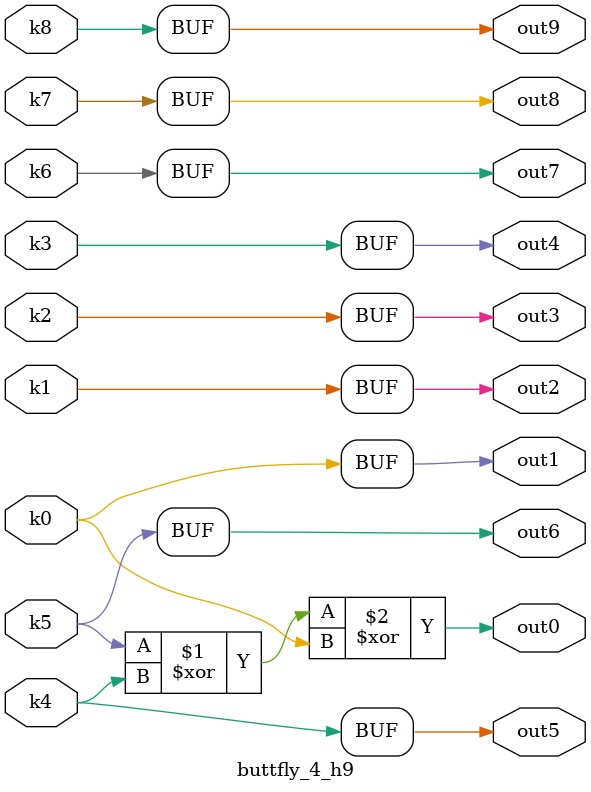
<source format=v>
module buttfly_4(pi00, pi01, pi02, pi03, pi04, pi05, pi06, pi07, pi08, pi09, po00, po01, po02, po03, po04, po05, po06, po07, po08, po09);
input pi00, pi01, pi02, pi03, pi04, pi05, pi06, pi07, pi08, pi09;
output po00, po01, po02, po03, po04, po05, po06, po07, po08, po09;
wire k0, k1, k2, k3, k4, k5, k6, k7, k8;
buttfly_4_w9 DUT1 (pi00, pi01, pi02, pi03, pi04, pi05, pi06, pi07, pi08, pi09, k0, k1, k2, k3, k4, k5, k6, k7, k8);
buttfly_4_h9 DUT2 (k0, k1, k2, k3, k4, k5, k6, k7, k8, po00, po01, po02, po03, po04, po05, po06, po07, po08, po09);
endmodule

module buttfly_4_w9(in9, in8, in7, in6, in5, in4, in3, in2, in1, in0, k8, k7, k6, k5, k4, k3, k2, k1, k0);
input in9, in8, in7, in6, in5, in4, in3, in2, in1, in0;
output k8, k7, k6, k5, k4, k3, k2, k1, k0;
assign k0 =   (((~in9 & (in6 | in1)) | (in6 & in1)) & (~in7 | in4) & (~in8 | in5)) | (~in8 & in5 & (~in7 | in4)) | (~in7 & in4);
assign k1 =   ((in7 ^ in4) & (((~in8 | in5) & ((in1 & (~in9 | in6)) | (~in9 & in6))) | (~in8 & in5))) | ((in8 | ~in5) & ((in9 & ~in6) | (in0 & (in9 | ~in6))) & (~in7 ^ in4)) | (in8 & ~in5 & (~in7 ^ in4));
assign k2 =   ((in8 ^ in5) & ((in1 & (~in9 | in6)) | (~in9 & in6))) | (((in9 & ~in6) | (in0 & (in9 | ~in6))) & (~in8 ^ in5));
assign k3 =   (in1 & (in9 ^ in6)) | (in0 & (~in9 ^ in6));
assign k4 =   (((~in9 & (~in6 | in3)) | (~in6 & in3)) & (~in7 | ~in4) & (~in8 | ~in5)) | (~in8 & ~in5 & (~in7 | ~in4)) | (~in7 & ~in4);
assign k5 =   (((in9 & (in6 | in2)) | (in6 & in2)) & (in7 | in4) & (in8 | in5)) | (in8 & in5 & (in7 | in4)) | (in7 & in4);
assign k6 =   ((in7 ^ in4) & (((in8 | in5) & ((in2 & (in9 | in6)) | (in9 & in6))) | (in8 & in5))) | ((~in8 | ~in5) & ((~in9 & ~in6) | (in3 & (~in9 | ~in6))) & (~in7 ^ in4)) | (~in8 & ~in5 & (~in7 ^ in4));
assign k7 =   ((in8 ^ in5) & ((in2 & (in9 | in6)) | (in9 & in6))) | (((~in9 & ~in6) | (in3 & (~in9 | ~in6))) & (~in8 ^ in5));
assign k8 =   (in2 & (in9 ^ in6)) | (in3 & (~in9 ^ in6));
endmodule

module buttfly_4_h9(k8, k7, k6, k5, k4, k3, k2, k1, k0, out9, out8, out7, out6, out5, out4, out3, out2, out1, out0);
input k8, k7, k6, k5, k4, k3, k2, k1, k0;
output out9, out8, out7, out6, out5, out4, out3, out2, out1, out0;
assign out0 = k5 ^ k4 ^ k0;
assign out1 = k0;
assign out2 = k1;
assign out3 = k2;
assign out4 = k3;
assign out5 = k4;
assign out6 = k5;
assign out7 = k6;
assign out8 = k7;
assign out9 = k8;
endmodule

</source>
